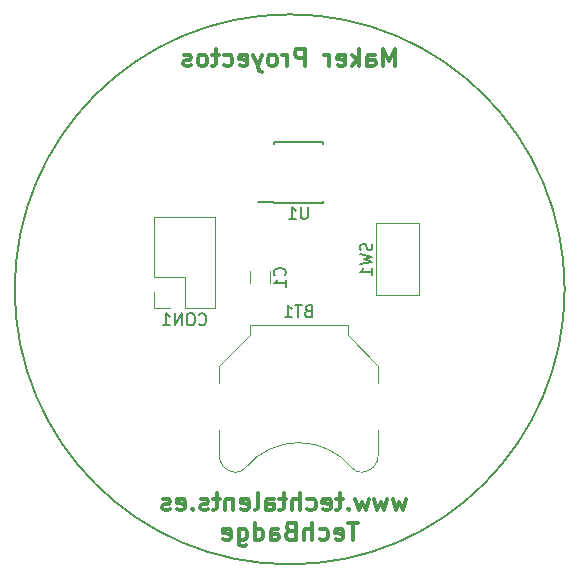
<source format=gbr>
%TF.GenerationSoftware,KiCad,Pcbnew,4.0.7-e2-6376~58~ubuntu16.04.1*%
%TF.CreationDate,2018-02-03T18:41:43+01:00*%
%TF.ProjectId,pin_attiny,70696E5F617474696E792E6B69636164,rev?*%
%TF.FileFunction,Legend,Bot*%
%FSLAX46Y46*%
G04 Gerber Fmt 4.6, Leading zero omitted, Abs format (unit mm)*
G04 Created by KiCad (PCBNEW 4.0.7-e2-6376~58~ubuntu16.04.1) date Sat Feb  3 18:41:43 2018*
%MOMM*%
%LPD*%
G01*
G04 APERTURE LIST*
%ADD10C,0.100000*%
%ADD11C,0.300000*%
%ADD12C,0.150000*%
%ADD13C,0.120000*%
G04 APERTURE END LIST*
D10*
D11*
X98785428Y-117034571D02*
X97928285Y-117034571D01*
X98356856Y-118534571D02*
X98356856Y-117034571D01*
X96856857Y-118463143D02*
X96999714Y-118534571D01*
X97285428Y-118534571D01*
X97428285Y-118463143D01*
X97499714Y-118320286D01*
X97499714Y-117748857D01*
X97428285Y-117606000D01*
X97285428Y-117534571D01*
X96999714Y-117534571D01*
X96856857Y-117606000D01*
X96785428Y-117748857D01*
X96785428Y-117891714D01*
X97499714Y-118034571D01*
X95499714Y-118463143D02*
X95642571Y-118534571D01*
X95928285Y-118534571D01*
X96071143Y-118463143D01*
X96142571Y-118391714D01*
X96214000Y-118248857D01*
X96214000Y-117820286D01*
X96142571Y-117677429D01*
X96071143Y-117606000D01*
X95928285Y-117534571D01*
X95642571Y-117534571D01*
X95499714Y-117606000D01*
X94856857Y-118534571D02*
X94856857Y-117034571D01*
X94214000Y-118534571D02*
X94214000Y-117748857D01*
X94285429Y-117606000D01*
X94428286Y-117534571D01*
X94642571Y-117534571D01*
X94785429Y-117606000D01*
X94856857Y-117677429D01*
X92999714Y-117748857D02*
X92785428Y-117820286D01*
X92714000Y-117891714D01*
X92642571Y-118034571D01*
X92642571Y-118248857D01*
X92714000Y-118391714D01*
X92785428Y-118463143D01*
X92928286Y-118534571D01*
X93499714Y-118534571D01*
X93499714Y-117034571D01*
X92999714Y-117034571D01*
X92856857Y-117106000D01*
X92785428Y-117177429D01*
X92714000Y-117320286D01*
X92714000Y-117463143D01*
X92785428Y-117606000D01*
X92856857Y-117677429D01*
X92999714Y-117748857D01*
X93499714Y-117748857D01*
X91356857Y-118534571D02*
X91356857Y-117748857D01*
X91428286Y-117606000D01*
X91571143Y-117534571D01*
X91856857Y-117534571D01*
X91999714Y-117606000D01*
X91356857Y-118463143D02*
X91499714Y-118534571D01*
X91856857Y-118534571D01*
X91999714Y-118463143D01*
X92071143Y-118320286D01*
X92071143Y-118177429D01*
X91999714Y-118034571D01*
X91856857Y-117963143D01*
X91499714Y-117963143D01*
X91356857Y-117891714D01*
X89999714Y-118534571D02*
X89999714Y-117034571D01*
X89999714Y-118463143D02*
X90142571Y-118534571D01*
X90428285Y-118534571D01*
X90571143Y-118463143D01*
X90642571Y-118391714D01*
X90714000Y-118248857D01*
X90714000Y-117820286D01*
X90642571Y-117677429D01*
X90571143Y-117606000D01*
X90428285Y-117534571D01*
X90142571Y-117534571D01*
X89999714Y-117606000D01*
X88642571Y-117534571D02*
X88642571Y-118748857D01*
X88714000Y-118891714D01*
X88785428Y-118963143D01*
X88928285Y-119034571D01*
X89142571Y-119034571D01*
X89285428Y-118963143D01*
X88642571Y-118463143D02*
X88785428Y-118534571D01*
X89071142Y-118534571D01*
X89214000Y-118463143D01*
X89285428Y-118391714D01*
X89356857Y-118248857D01*
X89356857Y-117820286D01*
X89285428Y-117677429D01*
X89214000Y-117606000D01*
X89071142Y-117534571D01*
X88785428Y-117534571D01*
X88642571Y-117606000D01*
X87356857Y-118463143D02*
X87499714Y-118534571D01*
X87785428Y-118534571D01*
X87928285Y-118463143D01*
X87999714Y-118320286D01*
X87999714Y-117748857D01*
X87928285Y-117606000D01*
X87785428Y-117534571D01*
X87499714Y-117534571D01*
X87356857Y-117606000D01*
X87285428Y-117748857D01*
X87285428Y-117891714D01*
X87999714Y-118034571D01*
X101892571Y-78402571D02*
X101892571Y-76902571D01*
X101392571Y-77974000D01*
X100892571Y-76902571D01*
X100892571Y-78402571D01*
X99535428Y-78402571D02*
X99535428Y-77616857D01*
X99606857Y-77474000D01*
X99749714Y-77402571D01*
X100035428Y-77402571D01*
X100178285Y-77474000D01*
X99535428Y-78331143D02*
X99678285Y-78402571D01*
X100035428Y-78402571D01*
X100178285Y-78331143D01*
X100249714Y-78188286D01*
X100249714Y-78045429D01*
X100178285Y-77902571D01*
X100035428Y-77831143D01*
X99678285Y-77831143D01*
X99535428Y-77759714D01*
X98821142Y-78402571D02*
X98821142Y-76902571D01*
X98678285Y-77831143D02*
X98249714Y-78402571D01*
X98249714Y-77402571D02*
X98821142Y-77974000D01*
X97035428Y-78331143D02*
X97178285Y-78402571D01*
X97463999Y-78402571D01*
X97606856Y-78331143D01*
X97678285Y-78188286D01*
X97678285Y-77616857D01*
X97606856Y-77474000D01*
X97463999Y-77402571D01*
X97178285Y-77402571D01*
X97035428Y-77474000D01*
X96963999Y-77616857D01*
X96963999Y-77759714D01*
X97678285Y-77902571D01*
X96321142Y-78402571D02*
X96321142Y-77402571D01*
X96321142Y-77688286D02*
X96249714Y-77545429D01*
X96178285Y-77474000D01*
X96035428Y-77402571D01*
X95892571Y-77402571D01*
X94249714Y-78402571D02*
X94249714Y-76902571D01*
X93678286Y-76902571D01*
X93535428Y-76974000D01*
X93464000Y-77045429D01*
X93392571Y-77188286D01*
X93392571Y-77402571D01*
X93464000Y-77545429D01*
X93535428Y-77616857D01*
X93678286Y-77688286D01*
X94249714Y-77688286D01*
X92749714Y-78402571D02*
X92749714Y-77402571D01*
X92749714Y-77688286D02*
X92678286Y-77545429D01*
X92606857Y-77474000D01*
X92464000Y-77402571D01*
X92321143Y-77402571D01*
X91606857Y-78402571D02*
X91749715Y-78331143D01*
X91821143Y-78259714D01*
X91892572Y-78116857D01*
X91892572Y-77688286D01*
X91821143Y-77545429D01*
X91749715Y-77474000D01*
X91606857Y-77402571D01*
X91392572Y-77402571D01*
X91249715Y-77474000D01*
X91178286Y-77545429D01*
X91106857Y-77688286D01*
X91106857Y-78116857D01*
X91178286Y-78259714D01*
X91249715Y-78331143D01*
X91392572Y-78402571D01*
X91606857Y-78402571D01*
X90606857Y-77402571D02*
X90249714Y-78402571D01*
X89892572Y-77402571D02*
X90249714Y-78402571D01*
X90392572Y-78759714D01*
X90464000Y-78831143D01*
X90606857Y-78902571D01*
X88749715Y-78331143D02*
X88892572Y-78402571D01*
X89178286Y-78402571D01*
X89321143Y-78331143D01*
X89392572Y-78188286D01*
X89392572Y-77616857D01*
X89321143Y-77474000D01*
X89178286Y-77402571D01*
X88892572Y-77402571D01*
X88749715Y-77474000D01*
X88678286Y-77616857D01*
X88678286Y-77759714D01*
X89392572Y-77902571D01*
X87392572Y-78331143D02*
X87535429Y-78402571D01*
X87821143Y-78402571D01*
X87964001Y-78331143D01*
X88035429Y-78259714D01*
X88106858Y-78116857D01*
X88106858Y-77688286D01*
X88035429Y-77545429D01*
X87964001Y-77474000D01*
X87821143Y-77402571D01*
X87535429Y-77402571D01*
X87392572Y-77474000D01*
X86964001Y-77402571D02*
X86392572Y-77402571D01*
X86749715Y-76902571D02*
X86749715Y-78188286D01*
X86678287Y-78331143D01*
X86535429Y-78402571D01*
X86392572Y-78402571D01*
X85678286Y-78402571D02*
X85821144Y-78331143D01*
X85892572Y-78259714D01*
X85964001Y-78116857D01*
X85964001Y-77688286D01*
X85892572Y-77545429D01*
X85821144Y-77474000D01*
X85678286Y-77402571D01*
X85464001Y-77402571D01*
X85321144Y-77474000D01*
X85249715Y-77545429D01*
X85178286Y-77688286D01*
X85178286Y-78116857D01*
X85249715Y-78259714D01*
X85321144Y-78331143D01*
X85464001Y-78402571D01*
X85678286Y-78402571D01*
X84606858Y-78331143D02*
X84464001Y-78402571D01*
X84178286Y-78402571D01*
X84035429Y-78331143D01*
X83964001Y-78188286D01*
X83964001Y-78116857D01*
X84035429Y-77974000D01*
X84178286Y-77902571D01*
X84392572Y-77902571D01*
X84535429Y-77831143D01*
X84606858Y-77688286D01*
X84606858Y-77616857D01*
X84535429Y-77474000D01*
X84392572Y-77402571D01*
X84178286Y-77402571D01*
X84035429Y-77474000D01*
X102813143Y-114994571D02*
X102527429Y-115994571D01*
X102241715Y-115280286D01*
X101956000Y-115994571D01*
X101670286Y-114994571D01*
X101241714Y-114994571D02*
X100956000Y-115994571D01*
X100670286Y-115280286D01*
X100384571Y-115994571D01*
X100098857Y-114994571D01*
X99670285Y-114994571D02*
X99384571Y-115994571D01*
X99098857Y-115280286D01*
X98813142Y-115994571D01*
X98527428Y-114994571D01*
X97955999Y-115851714D02*
X97884571Y-115923143D01*
X97955999Y-115994571D01*
X98027428Y-115923143D01*
X97955999Y-115851714D01*
X97955999Y-115994571D01*
X97455999Y-114994571D02*
X96884570Y-114994571D01*
X97241713Y-114494571D02*
X97241713Y-115780286D01*
X97170285Y-115923143D01*
X97027427Y-115994571D01*
X96884570Y-115994571D01*
X95813142Y-115923143D02*
X95955999Y-115994571D01*
X96241713Y-115994571D01*
X96384570Y-115923143D01*
X96455999Y-115780286D01*
X96455999Y-115208857D01*
X96384570Y-115066000D01*
X96241713Y-114994571D01*
X95955999Y-114994571D01*
X95813142Y-115066000D01*
X95741713Y-115208857D01*
X95741713Y-115351714D01*
X96455999Y-115494571D01*
X94455999Y-115923143D02*
X94598856Y-115994571D01*
X94884570Y-115994571D01*
X95027428Y-115923143D01*
X95098856Y-115851714D01*
X95170285Y-115708857D01*
X95170285Y-115280286D01*
X95098856Y-115137429D01*
X95027428Y-115066000D01*
X94884570Y-114994571D01*
X94598856Y-114994571D01*
X94455999Y-115066000D01*
X93813142Y-115994571D02*
X93813142Y-114494571D01*
X93170285Y-115994571D02*
X93170285Y-115208857D01*
X93241714Y-115066000D01*
X93384571Y-114994571D01*
X93598856Y-114994571D01*
X93741714Y-115066000D01*
X93813142Y-115137429D01*
X92670285Y-114994571D02*
X92098856Y-114994571D01*
X92455999Y-114494571D02*
X92455999Y-115780286D01*
X92384571Y-115923143D01*
X92241713Y-115994571D01*
X92098856Y-115994571D01*
X90955999Y-115994571D02*
X90955999Y-115208857D01*
X91027428Y-115066000D01*
X91170285Y-114994571D01*
X91455999Y-114994571D01*
X91598856Y-115066000D01*
X90955999Y-115923143D02*
X91098856Y-115994571D01*
X91455999Y-115994571D01*
X91598856Y-115923143D01*
X91670285Y-115780286D01*
X91670285Y-115637429D01*
X91598856Y-115494571D01*
X91455999Y-115423143D01*
X91098856Y-115423143D01*
X90955999Y-115351714D01*
X90027427Y-115994571D02*
X90170285Y-115923143D01*
X90241713Y-115780286D01*
X90241713Y-114494571D01*
X88884571Y-115923143D02*
X89027428Y-115994571D01*
X89313142Y-115994571D01*
X89455999Y-115923143D01*
X89527428Y-115780286D01*
X89527428Y-115208857D01*
X89455999Y-115066000D01*
X89313142Y-114994571D01*
X89027428Y-114994571D01*
X88884571Y-115066000D01*
X88813142Y-115208857D01*
X88813142Y-115351714D01*
X89527428Y-115494571D01*
X88170285Y-114994571D02*
X88170285Y-115994571D01*
X88170285Y-115137429D02*
X88098857Y-115066000D01*
X87955999Y-114994571D01*
X87741714Y-114994571D01*
X87598857Y-115066000D01*
X87527428Y-115208857D01*
X87527428Y-115994571D01*
X87027428Y-114994571D02*
X86455999Y-114994571D01*
X86813142Y-114494571D02*
X86813142Y-115780286D01*
X86741714Y-115923143D01*
X86598856Y-115994571D01*
X86455999Y-115994571D01*
X86027428Y-115923143D02*
X85884571Y-115994571D01*
X85598856Y-115994571D01*
X85455999Y-115923143D01*
X85384571Y-115780286D01*
X85384571Y-115708857D01*
X85455999Y-115566000D01*
X85598856Y-115494571D01*
X85813142Y-115494571D01*
X85955999Y-115423143D01*
X86027428Y-115280286D01*
X86027428Y-115208857D01*
X85955999Y-115066000D01*
X85813142Y-114994571D01*
X85598856Y-114994571D01*
X85455999Y-115066000D01*
X84741713Y-115851714D02*
X84670285Y-115923143D01*
X84741713Y-115994571D01*
X84813142Y-115923143D01*
X84741713Y-115851714D01*
X84741713Y-115994571D01*
X83455999Y-115923143D02*
X83598856Y-115994571D01*
X83884570Y-115994571D01*
X84027427Y-115923143D01*
X84098856Y-115780286D01*
X84098856Y-115208857D01*
X84027427Y-115066000D01*
X83884570Y-114994571D01*
X83598856Y-114994571D01*
X83455999Y-115066000D01*
X83384570Y-115208857D01*
X83384570Y-115351714D01*
X84098856Y-115494571D01*
X82813142Y-115923143D02*
X82670285Y-115994571D01*
X82384570Y-115994571D01*
X82241713Y-115923143D01*
X82170285Y-115780286D01*
X82170285Y-115708857D01*
X82241713Y-115566000D01*
X82384570Y-115494571D01*
X82598856Y-115494571D01*
X82741713Y-115423143D01*
X82813142Y-115280286D01*
X82813142Y-115208857D01*
X82741713Y-115066000D01*
X82598856Y-114994571D01*
X82384570Y-114994571D01*
X82241713Y-115066000D01*
D12*
X116246256Y-97282000D02*
G75*
G03X116246256Y-97282000I-23282256J0D01*
G01*
D13*
X81474000Y-91126000D02*
X86674000Y-91126000D01*
X81474000Y-96266000D02*
X81474000Y-91126000D01*
X86674000Y-98866000D02*
X86674000Y-91126000D01*
X81474000Y-96266000D02*
X84074000Y-96266000D01*
X84074000Y-96266000D02*
X84074000Y-98866000D01*
X84074000Y-98866000D02*
X86674000Y-98866000D01*
X81474000Y-97536000D02*
X81474000Y-98866000D01*
X81474000Y-98866000D02*
X82804000Y-98866000D01*
X88311385Y-112772160D02*
G75*
G03X89226000Y-112388000I124615J984160D01*
G01*
X99140615Y-112772160D02*
G75*
G02X98226000Y-112388000I-124615J984160D01*
G01*
X89235339Y-112376671D02*
G75*
G02X98226000Y-112388000I4490661J-3711329D01*
G01*
X86976000Y-111238000D02*
G75*
G03X88426000Y-112788000I1500000J-50000D01*
G01*
X100476000Y-111238000D02*
G75*
G02X99026000Y-112788000I-1500000J-50000D01*
G01*
X86976000Y-109188000D02*
X86976000Y-111288000D01*
X100476000Y-109188000D02*
X100476000Y-111288000D01*
X100476000Y-105188000D02*
X100476000Y-103738000D01*
X100476000Y-103738000D02*
X97876000Y-101138000D01*
X97876000Y-101138000D02*
X97876000Y-100338000D01*
X97876000Y-100338000D02*
X89576000Y-100338000D01*
X89576000Y-100338000D02*
X89576000Y-101138000D01*
X89576000Y-101138000D02*
X86976000Y-103738000D01*
X86976000Y-103738000D02*
X86976000Y-105188000D01*
X91274000Y-95766000D02*
X91274000Y-96766000D01*
X89574000Y-96766000D02*
X89574000Y-95766000D01*
X100298000Y-91682000D02*
X100298000Y-97802000D01*
X100298000Y-97802000D02*
X103918000Y-97802000D01*
X103918000Y-97802000D02*
X103918000Y-91682000D01*
X103918000Y-91682000D02*
X100298000Y-91682000D01*
D12*
X91651000Y-89951000D02*
X91651000Y-89901000D01*
X95801000Y-89951000D02*
X95801000Y-89806000D01*
X95801000Y-84801000D02*
X95801000Y-84946000D01*
X91651000Y-84801000D02*
X91651000Y-84946000D01*
X91651000Y-89951000D02*
X95801000Y-89951000D01*
X91651000Y-84801000D02*
X95801000Y-84801000D01*
X91651000Y-89901000D02*
X90251000Y-89901000D01*
X85288285Y-100223143D02*
X85335904Y-100270762D01*
X85478761Y-100318381D01*
X85573999Y-100318381D01*
X85716857Y-100270762D01*
X85812095Y-100175524D01*
X85859714Y-100080286D01*
X85907333Y-99889810D01*
X85907333Y-99746952D01*
X85859714Y-99556476D01*
X85812095Y-99461238D01*
X85716857Y-99366000D01*
X85573999Y-99318381D01*
X85478761Y-99318381D01*
X85335904Y-99366000D01*
X85288285Y-99413619D01*
X84669238Y-99318381D02*
X84478761Y-99318381D01*
X84383523Y-99366000D01*
X84288285Y-99461238D01*
X84240666Y-99651714D01*
X84240666Y-99985048D01*
X84288285Y-100175524D01*
X84383523Y-100270762D01*
X84478761Y-100318381D01*
X84669238Y-100318381D01*
X84764476Y-100270762D01*
X84859714Y-100175524D01*
X84907333Y-99985048D01*
X84907333Y-99651714D01*
X84859714Y-99461238D01*
X84764476Y-99366000D01*
X84669238Y-99318381D01*
X83812095Y-100318381D02*
X83812095Y-99318381D01*
X83240666Y-100318381D01*
X83240666Y-99318381D01*
X82240666Y-100318381D02*
X82812095Y-100318381D01*
X82526381Y-100318381D02*
X82526381Y-99318381D01*
X82621619Y-99461238D01*
X82716857Y-99556476D01*
X82812095Y-99604095D01*
X94511714Y-99116571D02*
X94368857Y-99164190D01*
X94321238Y-99211810D01*
X94273619Y-99307048D01*
X94273619Y-99449905D01*
X94321238Y-99545143D01*
X94368857Y-99592762D01*
X94464095Y-99640381D01*
X94845048Y-99640381D01*
X94845048Y-98640381D01*
X94511714Y-98640381D01*
X94416476Y-98688000D01*
X94368857Y-98735619D01*
X94321238Y-98830857D01*
X94321238Y-98926095D01*
X94368857Y-99021333D01*
X94416476Y-99068952D01*
X94511714Y-99116571D01*
X94845048Y-99116571D01*
X93987905Y-98640381D02*
X93416476Y-98640381D01*
X93702191Y-99640381D02*
X93702191Y-98640381D01*
X92559333Y-99640381D02*
X93130762Y-99640381D01*
X92845048Y-99640381D02*
X92845048Y-98640381D01*
X92940286Y-98783238D01*
X93035524Y-98878476D01*
X93130762Y-98926095D01*
X92531143Y-96099334D02*
X92578762Y-96051715D01*
X92626381Y-95908858D01*
X92626381Y-95813620D01*
X92578762Y-95670762D01*
X92483524Y-95575524D01*
X92388286Y-95527905D01*
X92197810Y-95480286D01*
X92054952Y-95480286D01*
X91864476Y-95527905D01*
X91769238Y-95575524D01*
X91674000Y-95670762D01*
X91626381Y-95813620D01*
X91626381Y-95908858D01*
X91674000Y-96051715D01*
X91721619Y-96099334D01*
X92626381Y-97051715D02*
X92626381Y-96480286D01*
X92626381Y-96766000D02*
X91626381Y-96766000D01*
X91769238Y-96670762D01*
X91864476Y-96575524D01*
X91912095Y-96480286D01*
X99912762Y-93408667D02*
X99960381Y-93551524D01*
X99960381Y-93789620D01*
X99912762Y-93884858D01*
X99865143Y-93932477D01*
X99769905Y-93980096D01*
X99674667Y-93980096D01*
X99579429Y-93932477D01*
X99531810Y-93884858D01*
X99484190Y-93789620D01*
X99436571Y-93599143D01*
X99388952Y-93503905D01*
X99341333Y-93456286D01*
X99246095Y-93408667D01*
X99150857Y-93408667D01*
X99055619Y-93456286D01*
X99008000Y-93503905D01*
X98960381Y-93599143D01*
X98960381Y-93837239D01*
X99008000Y-93980096D01*
X98960381Y-94313429D02*
X99960381Y-94551524D01*
X99246095Y-94742001D01*
X99960381Y-94932477D01*
X98960381Y-95170572D01*
X99960381Y-96075334D02*
X99960381Y-95503905D01*
X99960381Y-95789619D02*
X98960381Y-95789619D01*
X99103238Y-95694381D01*
X99198476Y-95599143D01*
X99246095Y-95503905D01*
X94487905Y-90328381D02*
X94487905Y-91137905D01*
X94440286Y-91233143D01*
X94392667Y-91280762D01*
X94297429Y-91328381D01*
X94106952Y-91328381D01*
X94011714Y-91280762D01*
X93964095Y-91233143D01*
X93916476Y-91137905D01*
X93916476Y-90328381D01*
X92916476Y-91328381D02*
X93487905Y-91328381D01*
X93202191Y-91328381D02*
X93202191Y-90328381D01*
X93297429Y-90471238D01*
X93392667Y-90566476D01*
X93487905Y-90614095D01*
M02*

</source>
